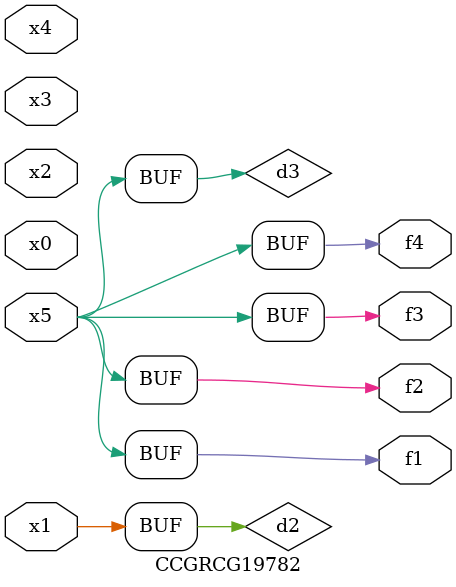
<source format=v>
module CCGRCG19782(
	input x0, x1, x2, x3, x4, x5,
	output f1, f2, f3, f4
);

	wire d1, d2, d3;

	not (d1, x5);
	or (d2, x1);
	xnor (d3, d1);
	assign f1 = d3;
	assign f2 = d3;
	assign f3 = d3;
	assign f4 = d3;
endmodule

</source>
